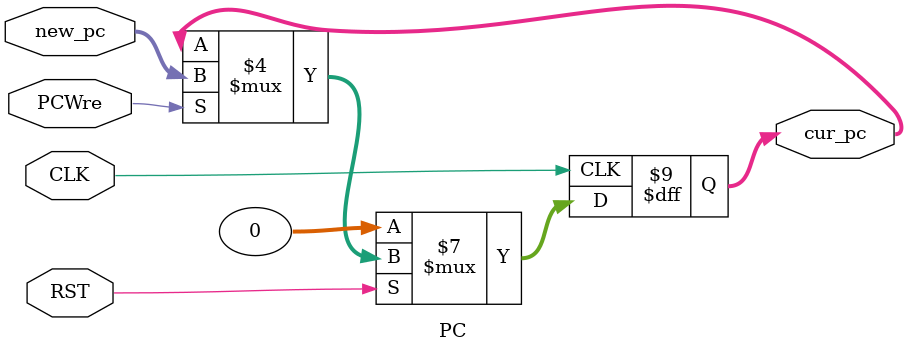
<source format=v>
`timescale 1ns / 1ps


module PC(
    input CLK,RST,PCWre,
    input[31:0] new_pc,
    output reg[31:0] cur_pc
    );
    always@(posedge CLK)begin
        if(RST==1'b0)
            cur_pc<=0;
        else begin
        if(PCWre==1'b1)
            cur_pc<=new_pc;
        end
    end
endmodule

</source>
